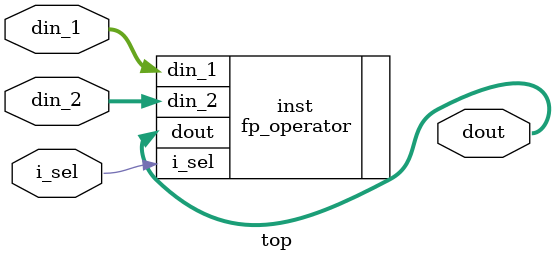
<source format=v>
module top(
    input [31:0] din_1, din_2,
    input i_sel,
    output [31:0] dout);

        fp_operator inst (.din_1(din_1),
                          .din_2(din_2),
                          .i_sel(i_sel),
                          .dout(dout));
endmodule

</source>
